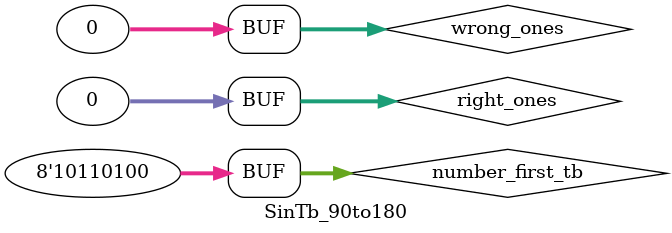
<source format=v>
`timescale 1ns / 1ps



module SinTb_90to180();

    reg [7:0]number_first_tb;
    wire whole_tb;
    wire [6:0]fraction_tb;
    wire sign_tb;
    reg [31:0]right_ones = 0;
    reg [31:0]wrong_ones = 0;
    
    Sin uut(.number_first(number_first_tb), 
            .whole(whole_tb), 
            .fraction(fraction_tb), 
            .sign(sign_tb)
            );
    
    initial begin
        number_first_tb = 90;
        //Exact Result = 0.0
        #5;
        if((whole_tb == 0)&(fraction_tb == 0)&(sign_tb == 0)) begin
            right_ones = right_ones + 1;
        end
        if((whole_tb != 0)|(fraction_tb != 0)|(sign_tb != 0)) begin
            wrong_ones = wrong_ones + 1;
        end
        #5;
        number_first_tb = 91;
        //Exact Result = -0.017452406437283477
        #5;
        if((whole_tb == 0)&(fraction_tb == 1)&(sign_tb == 1)) begin
            right_ones = right_ones + 1;
        end
        if((whole_tb != 0)|(fraction_tb != 1)|(sign_tb != 1)) begin
            wrong_ones = wrong_ones + 1;
        end
        #5;
        number_first_tb = 92;
        //Exact Result = -0.034899496702500955
        #5;
        if((whole_tb == 0)&(fraction_tb == 3)&(sign_tb == 1)) begin
            right_ones = right_ones + 1;
        end
        if((whole_tb != 0)|(fraction_tb != 3)|(sign_tb != 1)) begin
            wrong_ones = wrong_ones + 1;
        end
        #5;
        number_first_tb = 93;
        //Exact Result = -0.05233595624294384
        #5;
        if((whole_tb == 0)&(fraction_tb == 5)&(sign_tb == 1)) begin
            right_ones = right_ones + 1;
        end
        if((whole_tb != 0)|(fraction_tb != 5)|(sign_tb != 1)) begin
            wrong_ones = wrong_ones + 1;
        end
        #5;
        number_first_tb = 94;
        //Exact Result = -0.06975647374412533
        #5;
        if((whole_tb == 0)&(fraction_tb == 6)&(sign_tb == 1)) begin
            right_ones = right_ones + 1;
        end
        if((whole_tb != 0)|(fraction_tb != 6)|(sign_tb != 1)) begin
            wrong_ones = wrong_ones + 1;
        end
        #5;
        number_first_tb = 95;
        //Exact Result = -0.08715574274765824
        #5;
        if((whole_tb == 0)&(fraction_tb == 8)&(sign_tb == 1)) begin
            right_ones = right_ones + 1;
        end
        if((whole_tb != 0)|(fraction_tb != 8)|(sign_tb != 1)) begin
            wrong_ones = wrong_ones + 1;
        end
        #5;
        number_first_tb = 96;
        //Exact Result = -0.10452846326765355
        #5;
        if((whole_tb == 0)&(fraction_tb == 10)&(sign_tb == 1)) begin
            right_ones = right_ones + 1;
        end
        if((whole_tb != 0)|(fraction_tb != 10)|(sign_tb != 1)) begin
            wrong_ones = wrong_ones + 1;
        end
        #5;
        number_first_tb = 97;
        //Exact Result = -0.12186934340514737
        #5;
        if((whole_tb == 0)&(fraction_tb == 12)&(sign_tb == 1)) begin
            right_ones = right_ones + 1;
        end
        if((whole_tb != 0)|(fraction_tb != 12)|(sign_tb != 1)) begin
            wrong_ones = wrong_ones + 1;
        end
        #5;
        number_first_tb = 98;
        //Exact Result = -0.13917310096006535
        #5;
        if((whole_tb == 0)&(fraction_tb == 13)&(sign_tb == 1)) begin
            right_ones = right_ones + 1;
        end
        if((whole_tb != 0)|(fraction_tb != 13)|(sign_tb != 1)) begin
            wrong_ones = wrong_ones + 1;
        end
        #5;
        number_first_tb = 99;
        //Exact Result = -0.1564344650402308
        #5;
        if((whole_tb == 0)&(fraction_tb == 15)&(sign_tb == 1)) begin
            right_ones = right_ones + 1;
        end
        if((whole_tb != 0)|(fraction_tb != 15)|(sign_tb != 1)) begin
            wrong_ones = wrong_ones + 1;
        end
        #5;
        number_first_tb = 100;
        //Exact Result = -0.1736481776669303
        #5;
        if((whole_tb == 0)&(fraction_tb == 17)&(sign_tb == 1)) begin
            right_ones = right_ones + 1;
        end
        if((whole_tb != 0)|(fraction_tb != 17)|(sign_tb != 1)) begin
            wrong_ones = wrong_ones + 1;
        end
        #5;
        number_first_tb = 101;
        //Exact Result = -0.1908089953765448
        #5;
        if((whole_tb == 0)&(fraction_tb == 19)&(sign_tb == 1)) begin
            right_ones = right_ones + 1;
        end
        if((whole_tb != 0)|(fraction_tb != 19)|(sign_tb != 1)) begin
            wrong_ones = wrong_ones + 1;
        end
        #5;
        number_first_tb = 102;
        //Exact Result = -0.20791169081775934
        #5;
        if((whole_tb == 0)&(fraction_tb == 20)&(sign_tb == 1)) begin
            right_ones = right_ones + 1;
        end
        if((whole_tb != 0)|(fraction_tb != 20)|(sign_tb != 1)) begin
            wrong_ones = wrong_ones + 1;
        end
        #5;
        number_first_tb = 103;
        //Exact Result = -0.22495105434386503
        #5;
        if((whole_tb == 0)&(fraction_tb == 22)&(sign_tb == 1)) begin
            right_ones = right_ones + 1;
        end
        if((whole_tb != 0)|(fraction_tb != 22)|(sign_tb != 1)) begin
            wrong_ones = wrong_ones + 1;
        end
        #5;
        number_first_tb = 104;
        //Exact Result = -0.24192189559966779
        #5;
        if((whole_tb == 0)&(fraction_tb == 24)&(sign_tb == 1)) begin
            right_ones = right_ones + 1;
        end
        if((whole_tb != 0)|(fraction_tb != 24)|(sign_tb != 1)) begin
            wrong_ones = wrong_ones + 1;
        end
        #5;
        number_first_tb = 105;
        //Exact Result = -0.25881904510252085
        #5;
        if((whole_tb == 0)&(fraction_tb == 25)&(sign_tb == 1)) begin
            right_ones = right_ones + 1;
        end
        if((whole_tb != 0)|(fraction_tb != 25)|(sign_tb != 1)) begin
            wrong_ones = wrong_ones + 1;
        end
        #5;
        number_first_tb = 106;
        //Exact Result = -0.27563735581699905
        #5;
        if((whole_tb == 0)&(fraction_tb == 27)&(sign_tb == 1)) begin
            right_ones = right_ones + 1;
        end
        if((whole_tb != 0)|(fraction_tb != 27)|(sign_tb != 1)) begin
            wrong_ones = wrong_ones + 1;
        end
        #5;
        number_first_tb = 107;
        //Exact Result = -0.29237170472273666
        #5;
        if((whole_tb == 0)&(fraction_tb == 29)&(sign_tb == 1)) begin
            right_ones = right_ones + 1;
        end
        if((whole_tb != 0)|(fraction_tb != 29)|(sign_tb != 1)) begin
            wrong_ones = wrong_ones + 1;
        end
        #5;
        number_first_tb = 108;
        //Exact Result = -0.30901699437494734
        #5;
        if((whole_tb == 0)&(fraction_tb == 30)&(sign_tb == 1)) begin
            right_ones = right_ones + 1;
        end
        if((whole_tb != 0)|(fraction_tb != 30)|(sign_tb != 1)) begin
            wrong_ones = wrong_ones + 1;
        end
        #5;
        number_first_tb = 109;
        //Exact Result = -0.32556815445715664
        #5;
        if((whole_tb == 0)&(fraction_tb == 32)&(sign_tb == 1)) begin
            right_ones = right_ones + 1;
        end
        if((whole_tb != 0)|(fraction_tb != 32)|(sign_tb != 1)) begin
            wrong_ones = wrong_ones + 1;
        end
        #5;
        number_first_tb = 110;
        //Exact Result = -0.3420201433256687
        #5;
        if((whole_tb == 0)&(fraction_tb == 34)&(sign_tb == 1)) begin
            right_ones = right_ones + 1;
        end
        if((whole_tb != 0)|(fraction_tb != 34)|(sign_tb != 1)) begin
            wrong_ones = wrong_ones + 1;
        end
        #5;
        number_first_tb = 111;
        //Exact Result = -0.35836794954530027
        #5;
        if((whole_tb == 0)&(fraction_tb == 35)&(sign_tb == 1)) begin
            right_ones = right_ones + 1;
        end
        if((whole_tb != 0)|(fraction_tb != 35)|(sign_tb != 1)) begin
            wrong_ones = wrong_ones + 1;
        end
        #5;
        number_first_tb = 112;
        //Exact Result = -0.37460659341591207
        #5;
        if((whole_tb == 0)&(fraction_tb == 37)&(sign_tb == 1)) begin
            right_ones = right_ones + 1;
        end
        if((whole_tb != 0)|(fraction_tb != 37)|(sign_tb != 1)) begin
            wrong_ones = wrong_ones + 1;
        end
        #5;
        number_first_tb = 113;
        //Exact Result = -0.3907311284892738
        #5;
        if((whole_tb == 0)&(fraction_tb == 39)&(sign_tb == 1)) begin
            right_ones = right_ones + 1;
        end
        if((whole_tb != 0)|(fraction_tb != 39)|(sign_tb != 1)) begin
            wrong_ones = wrong_ones + 1;
        end
        #5;
        number_first_tb = 114;
        //Exact Result = -0.40673664307580026
        #5;
        if((whole_tb == 0)&(fraction_tb == 40)&(sign_tb == 1)) begin
            right_ones = right_ones + 1;
        end
        if((whole_tb != 0)|(fraction_tb != 40)|(sign_tb != 1)) begin
            wrong_ones = wrong_ones + 1;
        end
        #5;
        number_first_tb = 115;
        //Exact Result = -0.42261826174069933
        #5;
        if((whole_tb == 0)&(fraction_tb == 42)&(sign_tb == 1)) begin
            right_ones = right_ones + 1;
        end
        if((whole_tb != 0)|(fraction_tb != 42)|(sign_tb != 1)) begin
            wrong_ones = wrong_ones + 1;
        end
        #5;
        number_first_tb = 116;
        //Exact Result = -0.4383711467890775
        #5;
        if((whole_tb == 0)&(fraction_tb == 43)&(sign_tb == 1)) begin
            right_ones = right_ones + 1;
        end
        if((whole_tb != 0)|(fraction_tb != 43)|(sign_tb != 1)) begin
            wrong_ones = wrong_ones + 1;
        end
        #5;
        number_first_tb = 117;
        //Exact Result = -0.45399049973954675
        #5;
        if((whole_tb == 0)&(fraction_tb == 45)&(sign_tb == 1)) begin
            right_ones = right_ones + 1;
        end
        if((whole_tb != 0)|(fraction_tb != 45)|(sign_tb != 1)) begin
            wrong_ones = wrong_ones + 1;
        end
        #5;
        number_first_tb = 118;
        //Exact Result = -0.4694715627858909
        #5;
        if((whole_tb == 0)&(fraction_tb == 46)&(sign_tb == 1)) begin
            right_ones = right_ones + 1;
        end
        if((whole_tb != 0)|(fraction_tb != 46)|(sign_tb != 1)) begin
            wrong_ones = wrong_ones + 1;
        end
        #5;
        number_first_tb = 119;
        //Exact Result = -0.484809620246337
        #5;
        if((whole_tb == 0)&(fraction_tb == 48)&(sign_tb == 1)) begin
            right_ones = right_ones + 1;
        end
        if((whole_tb != 0)|(fraction_tb != 48)|(sign_tb != 1)) begin
            wrong_ones = wrong_ones + 1;
        end
        #5;
        number_first_tb = 120;
        //Exact Result = -0.4999999999999998
        #5;
        if((whole_tb == 0)&(fraction_tb == 49)&(sign_tb == 1)) begin
            right_ones = right_ones + 1;
        end
        if((whole_tb != 0)|(fraction_tb != 49)|(sign_tb != 1)) begin
            wrong_ones = wrong_ones + 1;
        end
        #5;
        number_first_tb = 121;
        //Exact Result = -0.5150380749100543
        #5;
        if((whole_tb == 0)&(fraction_tb == 51)&(sign_tb == 1)) begin
            right_ones = right_ones + 1;
        end
        if((whole_tb != 0)|(fraction_tb != 51)|(sign_tb != 1)) begin
            wrong_ones = wrong_ones + 1;
        end
        #5;
        number_first_tb = 122;
        //Exact Result = -0.5299192642332048
        #5;
        if((whole_tb == 0)&(fraction_tb == 52)&(sign_tb == 1)) begin
            right_ones = right_ones + 1;
        end
        if((whole_tb != 0)|(fraction_tb != 52)|(sign_tb != 1)) begin
            wrong_ones = wrong_ones + 1;
        end
        #5;
        number_first_tb = 123;
        //Exact Result = -0.5446390350150271
        #5;
        if((whole_tb == 0)&(fraction_tb == 54)&(sign_tb == 1)) begin
            right_ones = right_ones + 1;
        end
        if((whole_tb != 0)|(fraction_tb != 54)|(sign_tb != 1)) begin
            wrong_ones = wrong_ones + 1;
        end
        #5;
        number_first_tb = 124;
        //Exact Result = -0.5591929034707467
        #5;
        if((whole_tb == 0)&(fraction_tb == 55)&(sign_tb == 1)) begin
            right_ones = right_ones + 1;
        end
        if((whole_tb != 0)|(fraction_tb != 55)|(sign_tb != 1)) begin
            wrong_ones = wrong_ones + 1;
        end
        #5;
        number_first_tb = 125;
        //Exact Result = -0.5735764363510462
        #5;
        if((whole_tb == 0)&(fraction_tb == 57)&(sign_tb == 1)) begin
            right_ones = right_ones + 1;
        end
        if((whole_tb != 0)|(fraction_tb != 57)|(sign_tb != 1)) begin
            wrong_ones = wrong_ones + 1;
        end
        #5;
        number_first_tb = 126;
        //Exact Result = -0.587785252292473
        #5;
        if((whole_tb == 0)&(fraction_tb == 58)&(sign_tb == 1)) begin
            right_ones = right_ones + 1;
        end
        if((whole_tb != 0)|(fraction_tb != 58)|(sign_tb != 1)) begin
            wrong_ones = wrong_ones + 1;
        end
        #5;
        number_first_tb = 127;
        //Exact Result = -0.6018150231520484
        #5;
        if((whole_tb == 0)&(fraction_tb == 60)&(sign_tb == 1)) begin
            right_ones = right_ones + 1;
        end
        if((whole_tb != 0)|(fraction_tb != 60)|(sign_tb != 1)) begin
            wrong_ones = wrong_ones + 1;
        end
        #5;
        number_first_tb = 128;
        //Exact Result = -0.6156614753256583
        #5;
        if((whole_tb == 0)&(fraction_tb == 61)&(sign_tb == 1)) begin
            right_ones = right_ones + 1;
        end
        if((whole_tb != 0)|(fraction_tb != 61)|(sign_tb != 1)) begin
            wrong_ones = wrong_ones + 1;
        end
        #5;
        number_first_tb = 129;
        //Exact Result = -0.6293203910498373
        #5;
        if((whole_tb == 0)&(fraction_tb == 62)&(sign_tb == 1)) begin
            right_ones = right_ones + 1;
        end
        if((whole_tb != 0)|(fraction_tb != 62)|(sign_tb != 1)) begin
            wrong_ones = wrong_ones + 1;
        end
        #5;
        number_first_tb = 130;
        //Exact Result = -0.6427876096865394
        #5;
        if((whole_tb == 0)&(fraction_tb == 64)&(sign_tb == 1)) begin
            right_ones = right_ones + 1;
        end
        if((whole_tb != 0)|(fraction_tb != 64)|(sign_tb != 1)) begin
            wrong_ones = wrong_ones + 1;
        end
        #5;
        number_first_tb = 131;
        //Exact Result = -0.6560590289905072
        #5;
        if((whole_tb == 0)&(fraction_tb == 65)&(sign_tb == 1)) begin
            right_ones = right_ones + 1;
        end
        if((whole_tb != 0)|(fraction_tb != 65)|(sign_tb != 1)) begin
            wrong_ones = wrong_ones + 1;
        end
        #5;
        number_first_tb = 132;
        //Exact Result = -0.6691306063588582
        #5;
        if((whole_tb == 0)&(fraction_tb == 66)&(sign_tb == 1)) begin
            right_ones = right_ones + 1;
        end
        if((whole_tb != 0)|(fraction_tb != 66)|(sign_tb != 1)) begin
            wrong_ones = wrong_ones + 1;
        end
        #5;
        number_first_tb = 133;
        //Exact Result = -0.6819983600624984
        #5;
        if((whole_tb == 0)&(fraction_tb == 68)&(sign_tb == 1)) begin
            right_ones = right_ones + 1;
        end
        if((whole_tb != 0)|(fraction_tb != 68)|(sign_tb != 1)) begin
            wrong_ones = wrong_ones + 1;
        end
        #5;
        number_first_tb = 134;
        //Exact Result = -0.6946583704589974
        #5;
        if((whole_tb == 0)&(fraction_tb == 69)&(sign_tb == 1)) begin
            right_ones = right_ones + 1;
        end
        if((whole_tb != 0)|(fraction_tb != 69)|(sign_tb != 1)) begin
            wrong_ones = wrong_ones + 1;
        end
        #5;
        number_first_tb = 135;
        //Exact Result = -0.7071067811865475
        #5;
        if((whole_tb == 0)&(fraction_tb == 70)&(sign_tb == 1)) begin
            right_ones = right_ones + 1;
        end
        if((whole_tb != 0)|(fraction_tb != 70)|(sign_tb != 1)) begin
            wrong_ones = wrong_ones + 1;
        end
        #5;
        number_first_tb = 136;
        //Exact Result = -0.7193398003386513
        #5;
        if((whole_tb == 0)&(fraction_tb == 71)&(sign_tb == 1)) begin
            right_ones = right_ones + 1;
        end
        if((whole_tb != 0)|(fraction_tb != 71)|(sign_tb != 1)) begin
            wrong_ones = wrong_ones + 1;
        end
        #5;
        number_first_tb = 137;
        //Exact Result = -0.7313537016191705
        #5;
        if((whole_tb == 0)&(fraction_tb == 73)&(sign_tb == 1)) begin
            right_ones = right_ones + 1;
        end
        if((whole_tb != 0)|(fraction_tb != 73)|(sign_tb != 1)) begin
            wrong_ones = wrong_ones + 1;
        end
        #5;
        number_first_tb = 138;
        //Exact Result = -0.7431448254773941
        #5;
        if((whole_tb == 0)&(fraction_tb == 74)&(sign_tb == 1)) begin
            right_ones = right_ones + 1;
        end
        if((whole_tb != 0)|(fraction_tb != 74)|(sign_tb != 1)) begin
            wrong_ones = wrong_ones + 1;
        end
        #5;
        number_first_tb = 139;
        //Exact Result = -0.754709580222772
        #5;
        if((whole_tb == 0)&(fraction_tb == 75)&(sign_tb == 1)) begin
            right_ones = right_ones + 1;
        end
        if((whole_tb != 0)|(fraction_tb != 75)|(sign_tb != 1)) begin
            wrong_ones = wrong_ones + 1;
        end
        #5;
        number_first_tb = 140;
        //Exact Result = -0.7660444431189779
        #5;
        if((whole_tb == 0)&(fraction_tb == 76)&(sign_tb == 1)) begin
            right_ones = right_ones + 1;
        end
        if((whole_tb != 0)|(fraction_tb != 76)|(sign_tb != 1)) begin
            wrong_ones = wrong_ones + 1;
        end
        #5;
        number_first_tb = 141;
        //Exact Result = -0.7771459614569709
        #5;
        if((whole_tb == 0)&(fraction_tb == 77)&(sign_tb == 1)) begin
            right_ones = right_ones + 1;
        end
        if((whole_tb != 0)|(fraction_tb != 77)|(sign_tb != 1)) begin
            wrong_ones = wrong_ones + 1;
        end
        #5;
        number_first_tb = 142;
        //Exact Result = -0.7880107536067219
        #5;
        if((whole_tb == 0)&(fraction_tb == 78)&(sign_tb == 1)) begin
            right_ones = right_ones + 1;
        end
        if((whole_tb != 0)|(fraction_tb != 78)|(sign_tb != 1)) begin
            wrong_ones = wrong_ones + 1;
        end
        #5;
        number_first_tb = 143;
        //Exact Result = -0.7986355100472929
        #5;
        if((whole_tb == 0)&(fraction_tb == 79)&(sign_tb == 1)) begin
            right_ones = right_ones + 1;
        end
        if((whole_tb != 0)|(fraction_tb != 79)|(sign_tb != 1)) begin
            wrong_ones = wrong_ones + 1;
        end
        #5;
        number_first_tb = 144;
        //Exact Result = -0.8090169943749473
        #5;
        if((whole_tb == 0)&(fraction_tb == 80)&(sign_tb == 1)) begin
            right_ones = right_ones + 1;
        end
        if((whole_tb != 0)|(fraction_tb != 80)|(sign_tb != 1)) begin
            wrong_ones = wrong_ones + 1;
        end
        #5;
        number_first_tb = 145;
        //Exact Result = -0.8191520442889919
        #5;
        if((whole_tb == 0)&(fraction_tb == 81)&(sign_tb == 1)) begin
            right_ones = right_ones + 1;
        end
        if((whole_tb != 0)|(fraction_tb != 81)|(sign_tb != 1)) begin
            wrong_ones = wrong_ones + 1;
        end
        #5;
        number_first_tb = 146;
        //Exact Result = -0.8290375725550416
        #5;
        if((whole_tb == 0)&(fraction_tb == 82)&(sign_tb == 1)) begin
            right_ones = right_ones + 1;
        end
        if((whole_tb != 0)|(fraction_tb != 82)|(sign_tb != 1)) begin
            wrong_ones = wrong_ones + 1;
        end
        #5;
        number_first_tb = 147;
        //Exact Result = -0.8386705679454239
        #5;
        if((whole_tb == 0)&(fraction_tb == 83)&(sign_tb == 1)) begin
            right_ones = right_ones + 1;
        end
        if((whole_tb != 0)|(fraction_tb != 83)|(sign_tb != 1)) begin
            wrong_ones = wrong_ones + 1;
        end
        #5;
        number_first_tb = 148;
        //Exact Result = -0.848048096156426
        #5;
        if((whole_tb == 0)&(fraction_tb == 84)&(sign_tb == 1)) begin
            right_ones = right_ones + 1;
        end
        if((whole_tb != 0)|(fraction_tb != 84)|(sign_tb != 1)) begin
            wrong_ones = wrong_ones + 1;
        end
        #5;
        number_first_tb = 149;
        //Exact Result = -0.8571673007021122
        #5;
        if((whole_tb == 0)&(fraction_tb == 85)&(sign_tb == 1)) begin
            right_ones = right_ones + 1;
        end
        if((whole_tb != 0)|(fraction_tb != 85)|(sign_tb != 1)) begin
            wrong_ones = wrong_ones + 1;
        end
        #5;
        number_first_tb = 150;
        //Exact Result = -0.8660254037844387
        #5;
        if((whole_tb == 0)&(fraction_tb == 86)&(sign_tb == 1)) begin
            right_ones = right_ones + 1;
        end
        if((whole_tb != 0)|(fraction_tb != 86)|(sign_tb != 1)) begin
            wrong_ones = wrong_ones + 1;
        end
        #5;
        number_first_tb = 151;
        //Exact Result = -0.8746197071393957
        #5;
        if((whole_tb == 0)&(fraction_tb == 87)&(sign_tb == 1)) begin
            right_ones = right_ones + 1;
        end
        if((whole_tb != 0)|(fraction_tb != 87)|(sign_tb != 1)) begin
            wrong_ones = wrong_ones + 1;
        end
        #5;
        number_first_tb = 152;
        //Exact Result = -0.882947592858927
        #5;
        if((whole_tb == 0)&(fraction_tb == 88)&(sign_tb == 1)) begin
            right_ones = right_ones + 1;
        end
        if((whole_tb != 0)|(fraction_tb != 88)|(sign_tb != 1)) begin
            wrong_ones = wrong_ones + 1;
        end
        #5;
        number_first_tb = 153;
        //Exact Result = -0.8910065241883678
        #5;
        if((whole_tb == 0)&(fraction_tb == 89)&(sign_tb == 1)) begin
            right_ones = right_ones + 1;
        end
        if((whole_tb != 0)|(fraction_tb != 89)|(sign_tb != 1)) begin
            wrong_ones = wrong_ones + 1;
        end
        #5;
        number_first_tb = 154;
        //Exact Result = -0.898794046299167
        #5;
        if((whole_tb == 0)&(fraction_tb == 89)&(sign_tb == 1)) begin
            right_ones = right_ones + 1;
        end
        if((whole_tb != 0)|(fraction_tb != 89)|(sign_tb != 1)) begin
            wrong_ones = wrong_ones + 1;
        end
        #5;
        number_first_tb = 155;
        //Exact Result = -0.9063077870366499
        #5;
        if((whole_tb == 0)&(fraction_tb == 90)&(sign_tb == 1)) begin
            right_ones = right_ones + 1;
        end
        if((whole_tb != 0)|(fraction_tb != 90)|(sign_tb != 1)) begin
            wrong_ones = wrong_ones + 1;
        end
        #5;
        number_first_tb = 156;
        //Exact Result = -0.9135454576426008
        #5;
        if((whole_tb == 0)&(fraction_tb == 91)&(sign_tb == 1)) begin
            right_ones = right_ones + 1;
        end
        if((whole_tb != 0)|(fraction_tb != 91)|(sign_tb != 1)) begin
            wrong_ones = wrong_ones + 1;
        end
        #5;
        number_first_tb = 157;
        //Exact Result = -0.9205048534524404
        #5;
        if((whole_tb == 0)&(fraction_tb == 92)&(sign_tb == 1)) begin
            right_ones = right_ones + 1;
        end
        if((whole_tb != 0)|(fraction_tb != 92)|(sign_tb != 1)) begin
            wrong_ones = wrong_ones + 1;
        end
        #5;
        number_first_tb = 158;
        //Exact Result = -0.9271838545667873
        #5;
        if((whole_tb == 0)&(fraction_tb == 92)&(sign_tb == 1)) begin
            right_ones = right_ones + 1;
        end
        if((whole_tb != 0)|(fraction_tb != 92)|(sign_tb != 1)) begin
            wrong_ones = wrong_ones + 1;
        end
        #5;
        number_first_tb = 159;
        //Exact Result = -0.9335804264972017
        #5;
        if((whole_tb == 0)&(fraction_tb == 93)&(sign_tb == 1)) begin
            right_ones = right_ones + 1;
        end
        if((whole_tb != 0)|(fraction_tb != 93)|(sign_tb != 1)) begin
            wrong_ones = wrong_ones + 1;
        end
        #5;
        number_first_tb = 160;
        //Exact Result = -0.9396926207859083
        #5;
        if((whole_tb == 0)&(fraction_tb == 93)&(sign_tb == 1)) begin
            right_ones = right_ones + 1;
        end
        if((whole_tb != 0)|(fraction_tb != 93)|(sign_tb != 1)) begin
            wrong_ones = wrong_ones + 1;
        end
        #5;
        number_first_tb = 161;
        //Exact Result = -0.9455185755993168
        #5;
        if((whole_tb == 0)&(fraction_tb == 94)&(sign_tb == 1)) begin
            right_ones = right_ones + 1;
        end
        if((whole_tb != 0)|(fraction_tb != 94)|(sign_tb != 1)) begin
            wrong_ones = wrong_ones + 1;
        end
        #5;
        number_first_tb = 162;
        //Exact Result = -0.9510565162951535
        #5;
        if((whole_tb == 0)&(fraction_tb == 95)&(sign_tb == 1)) begin
            right_ones = right_ones + 1;
        end
        if((whole_tb != 0)|(fraction_tb != 95)|(sign_tb != 1)) begin
            wrong_ones = wrong_ones + 1;
        end
        #5;
        number_first_tb = 163;
        //Exact Result = -0.9563047559630355
        #5;
        if((whole_tb == 0)&(fraction_tb == 95)&(sign_tb == 1)) begin
            right_ones = right_ones + 1;
        end
        if((whole_tb != 0)|(fraction_tb != 95)|(sign_tb != 1)) begin
            wrong_ones = wrong_ones + 1;
        end
        #5;
        number_first_tb = 164;
        //Exact Result = -0.9612616959383189
        #5;
        if((whole_tb == 0)&(fraction_tb == 96)&(sign_tb == 1)) begin
            right_ones = right_ones + 1;
        end
        if((whole_tb != 0)|(fraction_tb != 96)|(sign_tb != 1)) begin
            wrong_ones = wrong_ones + 1;
        end
        #5;
        number_first_tb = 165;
        //Exact Result = -0.9659258262890682
        #5;
        if((whole_tb == 0)&(fraction_tb == 96)&(sign_tb == 1)) begin
            right_ones = right_ones + 1;
        end
        if((whole_tb != 0)|(fraction_tb != 96)|(sign_tb != 1)) begin
            wrong_ones = wrong_ones + 1;
        end
        #5;
        number_first_tb = 166;
        //Exact Result = -0.9702957262759965
        #5;
        if((whole_tb == 0)&(fraction_tb == 97)&(sign_tb == 1)) begin
            right_ones = right_ones + 1;
        end
        if((whole_tb != 0)|(fraction_tb != 97)|(sign_tb != 1)) begin
            wrong_ones = wrong_ones + 1;
        end
        #5;
        number_first_tb = 167;
        //Exact Result = -0.9743700647852351
        #5;
        if((whole_tb == 0)&(fraction_tb == 97)&(sign_tb == 1)) begin
            right_ones = right_ones + 1;
        end
        if((whole_tb != 0)|(fraction_tb != 97)|(sign_tb != 1)) begin
            wrong_ones = wrong_ones + 1;
        end
        #5;
        number_first_tb = 168;
        //Exact Result = -0.9781476007338057
        #5;
        if((whole_tb == 0)&(fraction_tb == 97)&(sign_tb == 1)) begin
            right_ones = right_ones + 1;
        end
        if((whole_tb != 0)|(fraction_tb != 97)|(sign_tb != 1)) begin
            wrong_ones = wrong_ones + 1;
        end
        #5;
        number_first_tb = 169;
        //Exact Result = -0.981627183447664
        #5;
        if((whole_tb == 0)&(fraction_tb == 98)&(sign_tb == 1)) begin
            right_ones = right_ones + 1;
        end
        if((whole_tb != 0)|(fraction_tb != 98)|(sign_tb != 1)) begin
            wrong_ones = wrong_ones + 1;
        end
        #5;
        number_first_tb = 170;
        //Exact Result = -0.984807753012208
        #5;
        if((whole_tb == 0)&(fraction_tb == 98)&(sign_tb == 1)) begin
            right_ones = right_ones + 1;
        end
        if((whole_tb != 0)|(fraction_tb != 98)|(sign_tb != 1)) begin
            wrong_ones = wrong_ones + 1;
        end
        #5;
        number_first_tb = 171;
        //Exact Result = -0.9876883405951377
        #5;
        if((whole_tb == 0)&(fraction_tb == 98)&(sign_tb == 1)) begin
            right_ones = right_ones + 1;
        end
        if((whole_tb != 0)|(fraction_tb != 98)|(sign_tb != 1)) begin
            wrong_ones = wrong_ones + 1;
        end
        #5;
        number_first_tb = 172;
        //Exact Result = -0.9902680687415704
        #5;
        if((whole_tb == 0)&(fraction_tb == 99)&(sign_tb == 1)) begin
            right_ones = right_ones + 1;
        end
        if((whole_tb != 0)|(fraction_tb != 99)|(sign_tb != 1)) begin
            wrong_ones = wrong_ones + 1;
        end
        #5;
        number_first_tb = 173;
        //Exact Result = -0.992546151641322
        #5;
        if((whole_tb == 0)&(fraction_tb == 99)&(sign_tb == 1)) begin
            right_ones = right_ones + 1;
        end
        if((whole_tb != 0)|(fraction_tb != 99)|(sign_tb != 1)) begin
            wrong_ones = wrong_ones + 1;
        end
        #5;
        number_first_tb = 174;
        //Exact Result = -0.9945218953682733
        #5;
        if((whole_tb == 0)&(fraction_tb == 99)&(sign_tb == 1)) begin
            right_ones = right_ones + 1;
        end
        if((whole_tb != 0)|(fraction_tb != 99)|(sign_tb != 1)) begin
            wrong_ones = wrong_ones + 1;
        end
        #5;
        number_first_tb = 175;
        //Exact Result = -0.9961946980917455
        #5;
        if((whole_tb == 0)&(fraction_tb == 99)&(sign_tb == 1)) begin
            right_ones = right_ones + 1;
        end
        if((whole_tb != 0)|(fraction_tb != 99)|(sign_tb != 1)) begin
            wrong_ones = wrong_ones + 1;
        end
        #5;
        number_first_tb = 176;
        //Exact Result = -0.9975640502598242
        #5;
        if((whole_tb == 0)&(fraction_tb == 99)&(sign_tb == 1)) begin
            right_ones = right_ones + 1;
        end
        if((whole_tb != 0)|(fraction_tb != 99)|(sign_tb != 1)) begin
            wrong_ones = wrong_ones + 1;
        end
        #5;
        number_first_tb = 177;
        //Exact Result = -0.9986295347545738
        #5;
        if((whole_tb == 0)&(fraction_tb == 99)&(sign_tb == 1)) begin
            right_ones = right_ones + 1;
        end
        if((whole_tb != 0)|(fraction_tb != 99)|(sign_tb != 1)) begin
            wrong_ones = wrong_ones + 1;
        end
        #5;
        number_first_tb = 178;
        //Exact Result = -0.9993908270190958
        #5;
        if((whole_tb == 0)&(fraction_tb == 99)&(sign_tb == 1)) begin
            right_ones = right_ones + 1;
        end
        if((whole_tb != 0)|(fraction_tb != 99)|(sign_tb != 1)) begin
            wrong_ones = wrong_ones + 1;
        end
        #5;
        number_first_tb = 179;
        //Exact Result = -0.9998476951563913
        #5;
        if((whole_tb == 0)&(fraction_tb == 99)&(sign_tb == 1)) begin
            right_ones = right_ones + 1;
        end
        if((whole_tb != 0)|(fraction_tb != 99)|(sign_tb != 1)) begin
            wrong_ones = wrong_ones + 1;
        end
        #5;
        number_first_tb = 180;
        //Exact Result = -1.0
        #5;
        if((whole_tb == 1)&(fraction_tb == 0)&(sign_tb == 1)) begin
            right_ones = right_ones + 1;
        end
        if((whole_tb != 1)|(fraction_tb != 0)|(sign_tb != 1)) begin
            wrong_ones = wrong_ones + 1;
        end
        #5;  
    end
    
    

endmodule

</source>
